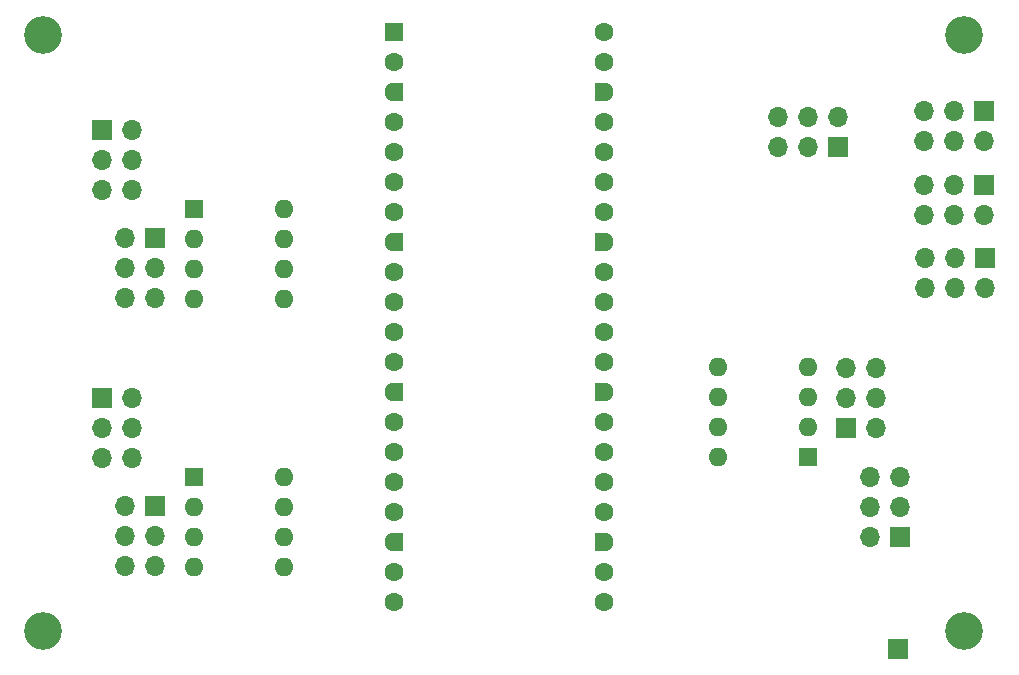
<source format=gbr>
%TF.GenerationSoftware,KiCad,Pcbnew,8.0.6+1*%
%TF.CreationDate,2024-11-30T18:40:41-08:00*%
%TF.ProjectId,pico-logic-analyzer,7069636f-2d6c-46f6-9769-632d616e616c,rev?*%
%TF.SameCoordinates,Original*%
%TF.FileFunction,Soldermask,Bot*%
%TF.FilePolarity,Negative*%
%FSLAX46Y46*%
G04 Gerber Fmt 4.6, Leading zero omitted, Abs format (unit mm)*
G04 Created by KiCad (PCBNEW 8.0.6+1) date 2024-11-30 18:40:41*
%MOMM*%
%LPD*%
G01*
G04 APERTURE LIST*
G04 Aperture macros list*
%AMRoundRect*
0 Rectangle with rounded corners*
0 $1 Rounding radius*
0 $2 $3 $4 $5 $6 $7 $8 $9 X,Y pos of 4 corners*
0 Add a 4 corners polygon primitive as box body*
4,1,4,$2,$3,$4,$5,$6,$7,$8,$9,$2,$3,0*
0 Add four circle primitives for the rounded corners*
1,1,$1+$1,$2,$3*
1,1,$1+$1,$4,$5*
1,1,$1+$1,$6,$7*
1,1,$1+$1,$8,$9*
0 Add four rect primitives between the rounded corners*
20,1,$1+$1,$2,$3,$4,$5,0*
20,1,$1+$1,$4,$5,$6,$7,0*
20,1,$1+$1,$6,$7,$8,$9,0*
20,1,$1+$1,$8,$9,$2,$3,0*%
%AMFreePoly0*
4,1,28,0.605014,0.794986,0.644504,0.794986,0.724698,0.756366,0.780194,0.686777,0.800000,0.600000,0.800000,-0.600000,0.780194,-0.686777,0.724698,-0.756366,0.644504,-0.794986,0.605014,-0.794986,0.600000,-0.800000,0.000000,-0.800000,-0.178017,-0.779942,-0.347107,-0.720775,-0.498792,-0.625465,-0.625465,-0.498792,-0.720775,-0.347107,-0.779942,-0.178017,-0.800000,0.000000,-0.779942,0.178017,
-0.720775,0.347107,-0.625465,0.498792,-0.498792,0.625465,-0.347107,0.720775,-0.178017,0.779942,0.000000,0.800000,0.600000,0.800000,0.605014,0.794986,0.605014,0.794986,$1*%
%AMFreePoly1*
4,1,28,0.178017,0.779942,0.347107,0.720775,0.498792,0.625465,0.625465,0.498792,0.720775,0.347107,0.779942,0.178017,0.800000,0.000000,0.779942,-0.178017,0.720775,-0.347107,0.625465,-0.498792,0.498792,-0.625465,0.347107,-0.720775,0.178017,-0.779942,0.000000,-0.800000,-0.600000,-0.800000,-0.605014,-0.794986,-0.644504,-0.794986,-0.724698,-0.756366,-0.780194,-0.686777,-0.800000,-0.600000,
-0.800000,0.600000,-0.780194,0.686777,-0.724698,0.756366,-0.644504,0.794986,-0.605014,0.794986,-0.600000,0.800000,0.000000,0.800000,0.178017,0.779942,0.178017,0.779942,$1*%
G04 Aperture macros list end*
%ADD10R,1.700000X1.700000*%
%ADD11O,1.700000X1.700000*%
%ADD12C,3.200000*%
%ADD13R,1.600000X1.600000*%
%ADD14O,1.600000X1.600000*%
%ADD15RoundRect,0.200000X-0.600000X-0.600000X0.600000X-0.600000X0.600000X0.600000X-0.600000X0.600000X0*%
%ADD16C,1.600000*%
%ADD17FreePoly0,0.000000*%
%ADD18FreePoly1,0.000000*%
G04 APERTURE END LIST*
D10*
%TO.C,J11*%
X201850000Y-107500000D03*
%TD*%
%TO.C,J5*%
X139000000Y-72730000D03*
D11*
X136460000Y-72730000D03*
X139000000Y-75270000D03*
X136460000Y-75270000D03*
X139000000Y-77810000D03*
X136460000Y-77810000D03*
%TD*%
D10*
%TO.C,J1*%
X196790000Y-65000000D03*
D11*
X196790000Y-62460000D03*
X194250000Y-65000000D03*
X194250000Y-62460000D03*
X191710000Y-65000000D03*
X191710000Y-62460000D03*
%TD*%
D10*
%TO.C,J3*%
X139000000Y-95420000D03*
D11*
X136460000Y-95420000D03*
X139000000Y-97960000D03*
X136460000Y-97960000D03*
X139000000Y-100500000D03*
X136460000Y-100500000D03*
%TD*%
D12*
%TO.C,H4*%
X129500000Y-106000000D03*
%TD*%
%TO.C,H2*%
X207500000Y-106000000D03*
%TD*%
D10*
%TO.C,J4*%
X134450000Y-63535000D03*
D11*
X136990000Y-63535000D03*
X134450000Y-66075000D03*
X136990000Y-66075000D03*
X134450000Y-68615000D03*
X136990000Y-68615000D03*
%TD*%
D13*
%TO.C,SW3*%
X142250000Y-70270000D03*
D14*
X142250000Y-72810000D03*
X142250000Y-75350000D03*
X142250000Y-77890000D03*
X149870000Y-77890000D03*
X149870000Y-75350000D03*
X149870000Y-72810000D03*
X149870000Y-70270000D03*
%TD*%
D10*
%TO.C,J6*%
X202050000Y-98025000D03*
D11*
X199510000Y-98025000D03*
X202050000Y-95485000D03*
X199510000Y-95485000D03*
X202050000Y-92945000D03*
X199510000Y-92945000D03*
%TD*%
D13*
%TO.C,SW4*%
X194250000Y-91290000D03*
D14*
X194250000Y-88750000D03*
X194250000Y-86210000D03*
X194250000Y-83670000D03*
X186630000Y-83670000D03*
X186630000Y-86210000D03*
X186630000Y-88750000D03*
X186630000Y-91290000D03*
%TD*%
D10*
%TO.C,J2*%
X134450000Y-86225000D03*
D11*
X136990000Y-86225000D03*
X134450000Y-88765000D03*
X136990000Y-88765000D03*
X134450000Y-91305000D03*
X136990000Y-91305000D03*
%TD*%
D10*
%TO.C,J10*%
X209200000Y-74400000D03*
D11*
X209200000Y-76940000D03*
X206660000Y-74400000D03*
X206660000Y-76940000D03*
X204120000Y-74400000D03*
X204120000Y-76940000D03*
%TD*%
D12*
%TO.C,H1*%
X207500000Y-55500000D03*
%TD*%
%TO.C,H3*%
X129500000Y-55500000D03*
%TD*%
D10*
%TO.C,J8*%
X209170000Y-61990000D03*
D11*
X209170000Y-64530000D03*
X206630000Y-61990000D03*
X206630000Y-64530000D03*
X204090000Y-61990000D03*
X204090000Y-64530000D03*
%TD*%
D10*
%TO.C,J7*%
X197500000Y-88830000D03*
D11*
X200040000Y-88830000D03*
X197500000Y-86290000D03*
X200040000Y-86290000D03*
X197500000Y-83750000D03*
X200040000Y-83750000D03*
%TD*%
D10*
%TO.C,J9*%
X209170000Y-68200000D03*
D11*
X209170000Y-70740000D03*
X206630000Y-68200000D03*
X206630000Y-70740000D03*
X204090000Y-68200000D03*
X204090000Y-70740000D03*
%TD*%
D15*
%TO.C,A1*%
X159220000Y-55240000D03*
D16*
X159220000Y-57780000D03*
D17*
X159220000Y-60320000D03*
D16*
X159220000Y-62860000D03*
X159220000Y-65400000D03*
X159220000Y-67940000D03*
X159220000Y-70480000D03*
D17*
X159220000Y-73020000D03*
D16*
X159220000Y-75560000D03*
X159220000Y-78100000D03*
X159220000Y-80640000D03*
X159220000Y-83180000D03*
D17*
X159220000Y-85720000D03*
D16*
X159220000Y-88260000D03*
X159220000Y-90800000D03*
X159220000Y-93340000D03*
X159220000Y-95880000D03*
D17*
X159220000Y-98420000D03*
D16*
X159220000Y-100960000D03*
X159220000Y-103500000D03*
X177000000Y-103500000D03*
X177000000Y-100960000D03*
D18*
X177000000Y-98420000D03*
D16*
X177000000Y-95880000D03*
X177000000Y-93340000D03*
X177000000Y-90800000D03*
X177000000Y-88260000D03*
D18*
X177000000Y-85720000D03*
D16*
X177000000Y-83180000D03*
X177000000Y-80640000D03*
X177000000Y-78100000D03*
X177000000Y-75560000D03*
D18*
X177000000Y-73020000D03*
D16*
X177000000Y-70480000D03*
X177000000Y-67940000D03*
X177000000Y-65400000D03*
X177000000Y-62860000D03*
D18*
X177000000Y-60320000D03*
D16*
X177000000Y-57780000D03*
X177000000Y-55240000D03*
%TD*%
D13*
%TO.C,SW2*%
X142250000Y-92960000D03*
D14*
X142250000Y-95500000D03*
X142250000Y-98040000D03*
X142250000Y-100580000D03*
X149870000Y-100580000D03*
X149870000Y-98040000D03*
X149870000Y-95500000D03*
X149870000Y-92960000D03*
%TD*%
M02*

</source>
